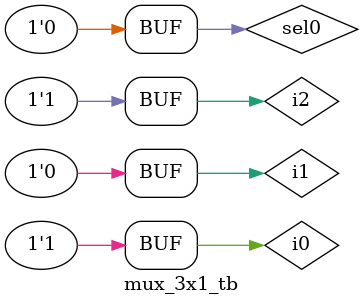
<source format=v>
module mux_3x1_tb;
    reg sel0,sel1;
    reg i0,i1,i2;
    wire y;
    
    mux_3x1 m(sel0,sel1,i0,i1,i2,y);
    
    initial begin
        $monitor("sel0=%b, sel1=%b, i0=%b, i1=%b, i2=%b, y=%b",sel0,sel1,i0,i1,i2,y);
        {i2,i1,i0} = 3'o5;
        repeat(8) begin
            {sel0,sel1} = $random;
            #5;
        end
    end
    
endmodule

</source>
